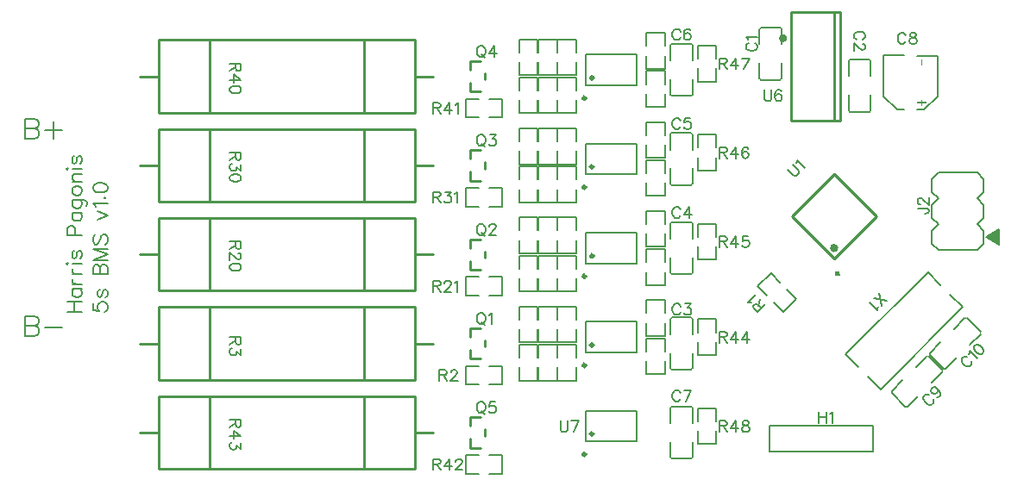
<source format=gto>
G04 Layer: TopSilkscreenLayer*
G04 EasyEDA v6.5.9, 2022-07-21 16:41:51*
G04 b4f09f4bc33d498599fb5b0af984a39b,0f63320d19d842adba92ba3d91eb0df2,10*
G04 Gerber Generator version 0.2*
G04 Scale: 100 percent, Rotated: No, Reflected: No *
G04 Dimensions in millimeters *
G04 leading zeros omitted , absolute positions ,4 integer and 5 decimal *
%FSLAX45Y45*%
%MOMM*%

%ADD10C,0.2032*%
%ADD11C,0.1524*%
%ADD12C,0.2030*%
%ADD13C,0.2540*%
%ADD14C,0.1270*%
%ADD15C,0.3000*%
%ADD16C,0.4000*%
%ADD17C,0.0112*%

%LPD*%
D10*
X661035Y1937496D02*
G01*
X804290Y1937496D01*
X661035Y2033000D02*
G01*
X804290Y2033000D01*
X729361Y1937496D02*
G01*
X729361Y2033000D01*
X708787Y2159746D02*
G01*
X804290Y2159746D01*
X729361Y2159746D02*
G01*
X715645Y2146030D01*
X708787Y2132568D01*
X708787Y2111994D01*
X715645Y2098278D01*
X729361Y2084816D01*
X749680Y2077958D01*
X763396Y2077958D01*
X783970Y2084816D01*
X797432Y2098278D01*
X804290Y2111994D01*
X804290Y2132568D01*
X797432Y2146030D01*
X783970Y2159746D01*
X708787Y2204704D02*
G01*
X804290Y2204704D01*
X749680Y2204704D02*
G01*
X729361Y2211562D01*
X715645Y2225278D01*
X708787Y2238740D01*
X708787Y2259314D01*
X708787Y2304272D02*
G01*
X804290Y2304272D01*
X749680Y2304272D02*
G01*
X729361Y2311130D01*
X715645Y2324846D01*
X708787Y2338308D01*
X708787Y2358882D01*
X661035Y2403840D02*
G01*
X667893Y2410698D01*
X661035Y2417556D01*
X654430Y2410698D01*
X661035Y2403840D01*
X708787Y2410698D02*
G01*
X804290Y2410698D01*
X729361Y2537444D02*
G01*
X715645Y2530586D01*
X708787Y2510266D01*
X708787Y2489692D01*
X715645Y2469372D01*
X729361Y2462514D01*
X743077Y2469372D01*
X749680Y2482834D01*
X756538Y2517124D01*
X763396Y2530586D01*
X777112Y2537444D01*
X783970Y2537444D01*
X797432Y2530586D01*
X804290Y2510266D01*
X804290Y2489692D01*
X797432Y2469372D01*
X783970Y2462514D01*
X661035Y2687558D02*
G01*
X804290Y2687558D01*
X661035Y2687558D02*
G01*
X661035Y2748772D01*
X667893Y2769346D01*
X674751Y2776204D01*
X688467Y2783062D01*
X708787Y2783062D01*
X722503Y2776204D01*
X729361Y2769346D01*
X736219Y2748772D01*
X736219Y2687558D01*
X708787Y2909808D02*
G01*
X804290Y2909808D01*
X729361Y2909808D02*
G01*
X715645Y2896092D01*
X708787Y2882376D01*
X708787Y2862056D01*
X715645Y2848340D01*
X729361Y2834878D01*
X749680Y2828020D01*
X763396Y2828020D01*
X783970Y2834878D01*
X797432Y2848340D01*
X804290Y2862056D01*
X804290Y2882376D01*
X797432Y2896092D01*
X783970Y2909808D01*
X708787Y3036554D02*
G01*
X818006Y3036554D01*
X838327Y3029696D01*
X845185Y3022838D01*
X852043Y3009376D01*
X852043Y2988802D01*
X845185Y2975340D01*
X729361Y3036554D02*
G01*
X715645Y3022838D01*
X708787Y3009376D01*
X708787Y2988802D01*
X715645Y2975340D01*
X729361Y2961624D01*
X749680Y2954766D01*
X763396Y2954766D01*
X783970Y2961624D01*
X797432Y2975340D01*
X804290Y2988802D01*
X804290Y3009376D01*
X797432Y3022838D01*
X783970Y3036554D01*
X708787Y3115802D02*
G01*
X715645Y3102086D01*
X729361Y3088370D01*
X749680Y3081512D01*
X763396Y3081512D01*
X783970Y3088370D01*
X797432Y3102086D01*
X804290Y3115802D01*
X804290Y3136122D01*
X797432Y3149838D01*
X783970Y3163300D01*
X763396Y3170158D01*
X749680Y3170158D01*
X729361Y3163300D01*
X715645Y3149838D01*
X708787Y3136122D01*
X708787Y3115802D01*
X708787Y3215116D02*
G01*
X804290Y3215116D01*
X736219Y3215116D02*
G01*
X715645Y3235690D01*
X708787Y3249406D01*
X708787Y3269726D01*
X715645Y3283442D01*
X736219Y3290300D01*
X804290Y3290300D01*
X661035Y3335258D02*
G01*
X667893Y3342116D01*
X661035Y3348974D01*
X654430Y3342116D01*
X661035Y3335258D01*
X708787Y3342116D02*
G01*
X804290Y3342116D01*
X729361Y3468862D02*
G01*
X715645Y3462004D01*
X708787Y3441684D01*
X708787Y3421110D01*
X715645Y3400790D01*
X729361Y3393932D01*
X743077Y3400790D01*
X749680Y3414252D01*
X756538Y3448288D01*
X763396Y3462004D01*
X777112Y3468862D01*
X783970Y3468862D01*
X797432Y3462004D01*
X804290Y3441684D01*
X804290Y3421110D01*
X797432Y3400790D01*
X783970Y3393932D01*
X912748Y2019284D02*
G01*
X912748Y1951212D01*
X974217Y1944354D01*
X967359Y1951212D01*
X960501Y1971532D01*
X960501Y1992106D01*
X967359Y2012426D01*
X980820Y2026142D01*
X1001395Y2033000D01*
X1015111Y2033000D01*
X1035430Y2026142D01*
X1049146Y2012426D01*
X1056004Y1992106D01*
X1056004Y1971532D01*
X1049146Y1951212D01*
X1042288Y1944354D01*
X1028572Y1937496D01*
X980820Y2152888D02*
G01*
X967359Y2146030D01*
X960501Y2125710D01*
X960501Y2105136D01*
X967359Y2084816D01*
X980820Y2077958D01*
X994537Y2084816D01*
X1001395Y2098278D01*
X1008253Y2132568D01*
X1015111Y2146030D01*
X1028572Y2152888D01*
X1035430Y2152888D01*
X1049146Y2146030D01*
X1056004Y2125710D01*
X1056004Y2105136D01*
X1049146Y2084816D01*
X1035430Y2077958D01*
X912748Y2303002D02*
G01*
X1056004Y2303002D01*
X912748Y2303002D02*
G01*
X912748Y2364216D01*
X919606Y2384790D01*
X926464Y2391648D01*
X939927Y2398506D01*
X953643Y2398506D01*
X967359Y2391648D01*
X974217Y2384790D01*
X980820Y2364216D01*
X980820Y2303002D02*
G01*
X980820Y2364216D01*
X987679Y2384790D01*
X994537Y2391648D01*
X1008253Y2398506D01*
X1028572Y2398506D01*
X1042288Y2391648D01*
X1049146Y2384790D01*
X1056004Y2364216D01*
X1056004Y2303002D01*
X912748Y2443464D02*
G01*
X1056004Y2443464D01*
X912748Y2443464D02*
G01*
X1056004Y2498074D01*
X912748Y2552430D02*
G01*
X1056004Y2498074D01*
X912748Y2552430D02*
G01*
X1056004Y2552430D01*
X933069Y2692892D02*
G01*
X919606Y2679430D01*
X912748Y2658856D01*
X912748Y2631678D01*
X919606Y2611104D01*
X933069Y2597388D01*
X946785Y2597388D01*
X960501Y2604246D01*
X967359Y2611104D01*
X974217Y2624820D01*
X987679Y2665714D01*
X994537Y2679430D01*
X1001395Y2686034D01*
X1015111Y2692892D01*
X1035430Y2692892D01*
X1049146Y2679430D01*
X1056004Y2658856D01*
X1056004Y2631678D01*
X1049146Y2611104D01*
X1035430Y2597388D01*
X960501Y2843006D02*
G01*
X1056004Y2883900D01*
X960501Y2924794D02*
G01*
X1056004Y2883900D01*
X939927Y2969752D02*
G01*
X933069Y2983468D01*
X912748Y3003788D01*
X1056004Y3003788D01*
X1021714Y3055604D02*
G01*
X1028572Y3048746D01*
X1035430Y3055604D01*
X1028572Y3062462D01*
X1021714Y3055604D01*
X912748Y3148314D02*
G01*
X919606Y3127994D01*
X939927Y3114278D01*
X974217Y3107420D01*
X994537Y3107420D01*
X1028572Y3114278D01*
X1049146Y3127994D01*
X1056004Y3148314D01*
X1056004Y3162030D01*
X1049146Y3182604D01*
X1028572Y3196066D01*
X994537Y3202924D01*
X974217Y3202924D01*
X939927Y3196066D01*
X919606Y3182604D01*
X912748Y3162030D01*
X912748Y3148314D01*
X249887Y3830065D02*
G01*
X249887Y3636010D01*
X249887Y3830065D02*
G01*
X333199Y3830065D01*
X360885Y3820921D01*
X370029Y3811523D01*
X379427Y3792981D01*
X379427Y3774694D01*
X370029Y3756152D01*
X360885Y3747007D01*
X333199Y3737610D01*
X249887Y3737610D02*
G01*
X333199Y3737610D01*
X360885Y3728465D01*
X370029Y3719321D01*
X379427Y3700779D01*
X379427Y3673094D01*
X370029Y3654552D01*
X360885Y3645407D01*
X333199Y3636010D01*
X249887Y3636010D01*
X523445Y3802379D02*
G01*
X523445Y3636010D01*
X440387Y3719321D02*
G01*
X606503Y3719321D01*
X249920Y1892554D02*
G01*
X249920Y1698497D01*
X249920Y1892554D02*
G01*
X333232Y1892554D01*
X360918Y1883410D01*
X370062Y1874012D01*
X379206Y1855723D01*
X379206Y1837181D01*
X370062Y1818639D01*
X360918Y1809495D01*
X333232Y1800097D01*
X249920Y1800097D02*
G01*
X333232Y1800097D01*
X360918Y1790954D01*
X370062Y1781810D01*
X379206Y1763268D01*
X379206Y1735581D01*
X370062Y1717039D01*
X360918Y1707895D01*
X333232Y1698497D01*
X249920Y1698497D01*
X440166Y1781810D02*
G01*
X606536Y1781810D01*
D11*
X8037083Y955215D02*
G01*
X8037083Y846249D01*
X8109727Y955215D02*
G01*
X8109727Y846249D01*
X8037083Y903399D02*
G01*
X8109727Y903399D01*
X8144017Y934387D02*
G01*
X8154431Y939721D01*
X8170179Y955215D01*
X8170179Y846249D01*
X9116900Y1118359D02*
G01*
X9105765Y1121951D01*
X9091035Y1121951D01*
X9080261Y1118359D01*
X9065531Y1103629D01*
X9061759Y1092674D01*
X9061759Y1077948D01*
X9065353Y1066812D01*
X9072895Y1052085D01*
X9091216Y1033764D01*
X9105765Y1026401D01*
X9116900Y1022809D01*
X9131627Y1022809D01*
X9142582Y1026581D01*
X9157312Y1041308D01*
X9160903Y1052085D01*
X9160903Y1066812D01*
X9157312Y1077948D01*
X9196285Y1183017D02*
G01*
X9203469Y1168288D01*
X9203469Y1153561D01*
X9196285Y1138834D01*
X9192694Y1135242D01*
X9177787Y1127876D01*
X9163057Y1127876D01*
X9148511Y1135242D01*
X9144916Y1138834D01*
X9137375Y1153561D01*
X9137375Y1168288D01*
X9144916Y1183017D01*
X9148511Y1186609D01*
X9163057Y1193972D01*
X9177787Y1193972D01*
X9196285Y1183017D01*
X9214604Y1164696D01*
X9229331Y1142425D01*
X9232925Y1124104D01*
X9225561Y1109558D01*
X9218195Y1102194D01*
X9203649Y1094831D01*
X9192513Y1098422D01*
X9491898Y1493357D02*
G01*
X9480763Y1496948D01*
X9466033Y1496948D01*
X9455259Y1493357D01*
X9440529Y1478627D01*
X9436757Y1467672D01*
X9436757Y1452946D01*
X9440351Y1441810D01*
X9447893Y1427083D01*
X9466214Y1408762D01*
X9480763Y1401399D01*
X9491898Y1397807D01*
X9506625Y1397807D01*
X9517580Y1401579D01*
X9532310Y1416306D01*
X9535901Y1427083D01*
X9535901Y1441810D01*
X9532310Y1452946D01*
X9512551Y1521195D02*
G01*
X9516145Y1532331D01*
X9516145Y1554243D01*
X9593193Y1477192D01*
X9562482Y1600580D02*
G01*
X9554938Y1585854D01*
X9558891Y1567533D01*
X9573437Y1545442D01*
X9584395Y1534485D01*
X9606666Y1519758D01*
X9624806Y1515986D01*
X9639533Y1523530D01*
X9646897Y1530893D01*
X9654260Y1545442D01*
X9650669Y1563761D01*
X9635761Y1585854D01*
X9624806Y1596809D01*
X9602894Y1611536D01*
X9584395Y1615307D01*
X9569846Y1607944D01*
X9562482Y1600580D01*
X8706525Y2043455D02*
G01*
X8578108Y2069137D01*
X8655159Y1992086D02*
G01*
X8629474Y2120503D01*
X8616185Y1982569D02*
G01*
X8612591Y1971433D01*
X8612413Y1949340D01*
X8535362Y2026391D01*
X8890518Y4651791D02*
G01*
X8885184Y4662205D01*
X8874770Y4672619D01*
X8864356Y4677953D01*
X8843528Y4677953D01*
X8833368Y4672619D01*
X8822954Y4662205D01*
X8817620Y4651791D01*
X8812540Y4636297D01*
X8812540Y4610389D01*
X8817620Y4594641D01*
X8822954Y4584227D01*
X8833368Y4573813D01*
X8843528Y4568733D01*
X8864356Y4568733D01*
X8874770Y4573813D01*
X8885184Y4584227D01*
X8890518Y4594641D01*
X8950716Y4677953D02*
G01*
X8934968Y4672619D01*
X8929888Y4662205D01*
X8929888Y4651791D01*
X8934968Y4641377D01*
X8945382Y4636297D01*
X8966210Y4630963D01*
X8981958Y4625883D01*
X8992118Y4615469D01*
X8997452Y4605055D01*
X8997452Y4589561D01*
X8992118Y4579147D01*
X8987038Y4573813D01*
X8971544Y4568733D01*
X8950716Y4568733D01*
X8934968Y4573813D01*
X8929888Y4579147D01*
X8924808Y4589561D01*
X8924808Y4605055D01*
X8929888Y4615469D01*
X8940302Y4625883D01*
X8955796Y4630963D01*
X8976624Y4636297D01*
X8987038Y4641377D01*
X8992118Y4651791D01*
X8992118Y4662205D01*
X8987038Y4672619D01*
X8971544Y4677953D01*
X8950716Y4677953D01*
X6677962Y1139408D02*
G01*
X6672628Y1149822D01*
X6662214Y1160236D01*
X6652054Y1165316D01*
X6631226Y1165316D01*
X6620812Y1160236D01*
X6610398Y1149822D01*
X6605064Y1139408D01*
X6599984Y1123660D01*
X6599984Y1097752D01*
X6605064Y1082258D01*
X6610398Y1071844D01*
X6620812Y1061430D01*
X6631226Y1056350D01*
X6652054Y1056350D01*
X6662214Y1061430D01*
X6672628Y1071844D01*
X6677962Y1082258D01*
X6784896Y1165316D02*
G01*
X6733080Y1056350D01*
X6712252Y1165316D02*
G01*
X6784896Y1165316D01*
X4711733Y1925482D02*
G01*
X4701319Y1920402D01*
X4690905Y1909988D01*
X4685571Y1899574D01*
X4680491Y1883826D01*
X4680491Y1857918D01*
X4685571Y1842424D01*
X4690905Y1832010D01*
X4701319Y1821596D01*
X4711733Y1816516D01*
X4732561Y1816516D01*
X4742721Y1821596D01*
X4753135Y1832010D01*
X4758469Y1842424D01*
X4763549Y1857918D01*
X4763549Y1883826D01*
X4758469Y1899574D01*
X4753135Y1909988D01*
X4742721Y1920402D01*
X4732561Y1925482D01*
X4711733Y1925482D01*
X4727227Y1837090D02*
G01*
X4758469Y1806102D01*
X4797839Y1904654D02*
G01*
X4808253Y1909988D01*
X4824001Y1925482D01*
X4824001Y1816516D01*
X4711733Y2800482D02*
G01*
X4701319Y2795402D01*
X4690905Y2784988D01*
X4685571Y2774574D01*
X4680491Y2758826D01*
X4680491Y2732918D01*
X4685571Y2717424D01*
X4690905Y2707010D01*
X4701319Y2696596D01*
X4711733Y2691516D01*
X4732561Y2691516D01*
X4742721Y2696596D01*
X4753135Y2707010D01*
X4758469Y2717424D01*
X4763549Y2732918D01*
X4763549Y2758826D01*
X4758469Y2774574D01*
X4753135Y2784988D01*
X4742721Y2795402D01*
X4732561Y2800482D01*
X4711733Y2800482D01*
X4727227Y2712090D02*
G01*
X4758469Y2681102D01*
X4803173Y2774574D02*
G01*
X4803173Y2779654D01*
X4808253Y2790068D01*
X4813587Y2795402D01*
X4824001Y2800482D01*
X4844575Y2800482D01*
X4854989Y2795402D01*
X4860323Y2790068D01*
X4865403Y2779654D01*
X4865403Y2769240D01*
X4860323Y2758826D01*
X4849909Y2743332D01*
X4797839Y2691516D01*
X4870737Y2691516D01*
X4711733Y3675481D02*
G01*
X4701319Y3670401D01*
X4690905Y3659987D01*
X4685571Y3649573D01*
X4680491Y3633825D01*
X4680491Y3607917D01*
X4685571Y3592423D01*
X4690905Y3582009D01*
X4701319Y3571595D01*
X4711733Y3566515D01*
X4732561Y3566515D01*
X4742721Y3571595D01*
X4753135Y3582009D01*
X4758469Y3592423D01*
X4763549Y3607917D01*
X4763549Y3633825D01*
X4758469Y3649573D01*
X4753135Y3659987D01*
X4742721Y3670401D01*
X4732561Y3675481D01*
X4711733Y3675481D01*
X4727227Y3587089D02*
G01*
X4758469Y3556101D01*
X4808253Y3675481D02*
G01*
X4865403Y3675481D01*
X4834161Y3633825D01*
X4849909Y3633825D01*
X4860323Y3628745D01*
X4865403Y3623665D01*
X4870737Y3607917D01*
X4870737Y3597503D01*
X4865403Y3582009D01*
X4854989Y3571595D01*
X4839495Y3566515D01*
X4824001Y3566515D01*
X4808253Y3571595D01*
X4803173Y3576675D01*
X4797839Y3587089D01*
X4711733Y4550478D02*
G01*
X4701319Y4545398D01*
X4690905Y4534984D01*
X4685571Y4524570D01*
X4680491Y4508822D01*
X4680491Y4482914D01*
X4685571Y4467420D01*
X4690905Y4457006D01*
X4701319Y4446592D01*
X4711733Y4441512D01*
X4732561Y4441512D01*
X4742721Y4446592D01*
X4753135Y4457006D01*
X4758469Y4467420D01*
X4763549Y4482914D01*
X4763549Y4508822D01*
X4758469Y4524570D01*
X4753135Y4534984D01*
X4742721Y4545398D01*
X4732561Y4550478D01*
X4711733Y4550478D01*
X4727227Y4462086D02*
G01*
X4758469Y4431098D01*
X4849909Y4550478D02*
G01*
X4797839Y4477834D01*
X4875817Y4477834D01*
X4849909Y4550478D02*
G01*
X4849909Y4441512D01*
X4711733Y1050485D02*
G01*
X4701319Y1045405D01*
X4690905Y1034991D01*
X4685571Y1024577D01*
X4680491Y1008829D01*
X4680491Y982921D01*
X4685571Y967427D01*
X4690905Y957013D01*
X4701319Y946599D01*
X4711733Y941519D01*
X4732561Y941519D01*
X4742721Y946599D01*
X4753135Y957013D01*
X4758469Y967427D01*
X4763549Y982921D01*
X4763549Y1008829D01*
X4758469Y1024577D01*
X4753135Y1034991D01*
X4742721Y1045405D01*
X4732561Y1050485D01*
X4711733Y1050485D01*
X4727227Y962093D02*
G01*
X4758469Y931105D01*
X4860323Y1050485D02*
G01*
X4808253Y1050485D01*
X4803173Y1003749D01*
X4808253Y1008829D01*
X4824001Y1014163D01*
X4839495Y1014163D01*
X4854989Y1008829D01*
X4865403Y998669D01*
X4870737Y982921D01*
X4870737Y972507D01*
X4865403Y957013D01*
X4854989Y946599D01*
X4839495Y941519D01*
X4824001Y941519D01*
X4808253Y946599D01*
X4803173Y951679D01*
X4797839Y962093D01*
X7062505Y1740321D02*
G01*
X7062505Y1631355D01*
X7062505Y1740321D02*
G01*
X7109241Y1740321D01*
X7124735Y1735241D01*
X7130069Y1729907D01*
X7135149Y1719493D01*
X7135149Y1709079D01*
X7130069Y1698665D01*
X7124735Y1693585D01*
X7109241Y1688505D01*
X7062505Y1688505D01*
X7098827Y1688505D02*
G01*
X7135149Y1631355D01*
X7221509Y1740321D02*
G01*
X7169439Y1667677D01*
X7247417Y1667677D01*
X7221509Y1740321D02*
G01*
X7221509Y1631355D01*
X7333777Y1740321D02*
G01*
X7281707Y1667677D01*
X7359685Y1667677D01*
X7333777Y1740321D02*
G01*
X7333777Y1631355D01*
X7062495Y2677795D02*
G01*
X7062495Y2568829D01*
X7062495Y2677795D02*
G01*
X7109231Y2677795D01*
X7124725Y2672714D01*
X7130059Y2667380D01*
X7135139Y2656967D01*
X7135139Y2646553D01*
X7130059Y2636138D01*
X7124725Y2631059D01*
X7109231Y2625979D01*
X7062495Y2625979D01*
X7098817Y2625979D02*
G01*
X7135139Y2568829D01*
X7221499Y2677795D02*
G01*
X7169429Y2605151D01*
X7247407Y2605151D01*
X7221499Y2677795D02*
G01*
X7221499Y2568829D01*
X7344181Y2677795D02*
G01*
X7292111Y2677795D01*
X7287031Y2631059D01*
X7292111Y2636138D01*
X7307605Y2641472D01*
X7323353Y2641472D01*
X7338847Y2636138D01*
X7349261Y2625979D01*
X7354595Y2610230D01*
X7354595Y2599817D01*
X7349261Y2584322D01*
X7338847Y2573909D01*
X7323353Y2568829D01*
X7307605Y2568829D01*
X7292111Y2573909D01*
X7287031Y2578988D01*
X7281697Y2589403D01*
X7062500Y3552819D02*
G01*
X7062500Y3443853D01*
X7062500Y3552819D02*
G01*
X7109236Y3552819D01*
X7124730Y3547739D01*
X7130064Y3542405D01*
X7135144Y3531991D01*
X7135144Y3521577D01*
X7130064Y3511163D01*
X7124730Y3506083D01*
X7109236Y3501003D01*
X7062500Y3501003D01*
X7098822Y3501003D02*
G01*
X7135144Y3443853D01*
X7221504Y3552819D02*
G01*
X7169434Y3480175D01*
X7247412Y3480175D01*
X7221504Y3552819D02*
G01*
X7221504Y3443853D01*
X7344186Y3537325D02*
G01*
X7338852Y3547739D01*
X7323358Y3552819D01*
X7312944Y3552819D01*
X7297450Y3547739D01*
X7287036Y3531991D01*
X7281702Y3506083D01*
X7281702Y3480175D01*
X7287036Y3459347D01*
X7297450Y3448933D01*
X7312944Y3443853D01*
X7318024Y3443853D01*
X7333772Y3448933D01*
X7344186Y3459347D01*
X7349266Y3474841D01*
X7349266Y3480175D01*
X7344186Y3495669D01*
X7333772Y3506083D01*
X7318024Y3511163D01*
X7312944Y3511163D01*
X7297450Y3506083D01*
X7287036Y3495669D01*
X7281702Y3480175D01*
X7062482Y4427791D02*
G01*
X7062482Y4318825D01*
X7062482Y4427791D02*
G01*
X7109218Y4427791D01*
X7124712Y4422711D01*
X7130046Y4417377D01*
X7135126Y4406963D01*
X7135126Y4396549D01*
X7130046Y4386135D01*
X7124712Y4381055D01*
X7109218Y4375975D01*
X7062482Y4375975D01*
X7098804Y4375975D02*
G01*
X7135126Y4318825D01*
X7221486Y4427791D02*
G01*
X7169416Y4355147D01*
X7247394Y4355147D01*
X7221486Y4427791D02*
G01*
X7221486Y4318825D01*
X7354582Y4427791D02*
G01*
X7302512Y4318825D01*
X7281684Y4427791D02*
G01*
X7354582Y4427791D01*
X7062462Y865299D02*
G01*
X7062462Y756333D01*
X7062462Y865299D02*
G01*
X7109198Y865299D01*
X7124692Y860219D01*
X7130026Y854885D01*
X7135106Y844471D01*
X7135106Y834057D01*
X7130026Y823643D01*
X7124692Y818563D01*
X7109198Y813483D01*
X7062462Y813483D01*
X7098784Y813483D02*
G01*
X7135106Y756333D01*
X7221466Y865299D02*
G01*
X7169396Y792655D01*
X7247374Y792655D01*
X7221466Y865299D02*
G01*
X7221466Y756333D01*
X7307572Y865299D02*
G01*
X7292078Y860219D01*
X7286998Y849805D01*
X7286998Y839391D01*
X7292078Y828977D01*
X7302492Y823643D01*
X7323320Y818563D01*
X7338814Y813483D01*
X7349228Y803069D01*
X7354562Y792655D01*
X7354562Y776907D01*
X7349228Y766493D01*
X7344148Y761413D01*
X7328400Y756333D01*
X7307572Y756333D01*
X7292078Y761413D01*
X7286998Y766493D01*
X7281664Y776907D01*
X7281664Y792655D01*
X7286998Y803069D01*
X7297412Y813483D01*
X7312906Y818563D01*
X7333734Y823643D01*
X7344148Y828977D01*
X7349228Y839391D01*
X7349228Y849805D01*
X7344148Y860219D01*
X7328400Y865299D01*
X7307572Y865299D01*
X5499988Y865327D02*
G01*
X5499988Y787349D01*
X5505068Y771855D01*
X5515483Y761441D01*
X5531231Y756361D01*
X5541645Y756361D01*
X5557138Y761441D01*
X5567552Y771855D01*
X5572633Y787349D01*
X5572633Y865327D01*
X5679820Y865327D02*
G01*
X5627750Y756361D01*
X5606922Y865327D02*
G01*
X5679820Y865327D01*
X9005666Y2952462D02*
G01*
X9088724Y2952462D01*
X9104472Y2947128D01*
X9109552Y2942048D01*
X9114632Y2931634D01*
X9114632Y2921220D01*
X9109552Y2910806D01*
X9104472Y2905472D01*
X9088724Y2900392D01*
X9078310Y2900392D01*
X9031574Y2991832D02*
G01*
X9026494Y2991832D01*
X9016080Y2996912D01*
X9010746Y3002246D01*
X9005666Y3012660D01*
X9005666Y3033488D01*
X9010746Y3043902D01*
X9016080Y3048982D01*
X9026494Y3054062D01*
X9036908Y3054062D01*
X9047322Y3048982D01*
X9062816Y3038568D01*
X9114632Y2986752D01*
X9114632Y3059396D01*
X7348075Y4577948D02*
G01*
X7337661Y4572614D01*
X7327247Y4562200D01*
X7322167Y4552040D01*
X7322167Y4531212D01*
X7327247Y4520798D01*
X7337661Y4510384D01*
X7348075Y4505050D01*
X7363823Y4499970D01*
X7389731Y4499970D01*
X7405225Y4505050D01*
X7415639Y4510384D01*
X7426053Y4520798D01*
X7431133Y4531212D01*
X7431133Y4552040D01*
X7426053Y4562200D01*
X7415639Y4572614D01*
X7405225Y4577948D01*
X7342995Y4612238D02*
G01*
X7337661Y4622652D01*
X7322167Y4638146D01*
X7431133Y4638146D01*
X8464384Y4609513D02*
G01*
X8474798Y4614847D01*
X8485212Y4625261D01*
X8490292Y4635421D01*
X8490292Y4656249D01*
X8485212Y4666663D01*
X8474798Y4677077D01*
X8464384Y4682411D01*
X8448636Y4687491D01*
X8422728Y4687491D01*
X8407234Y4682411D01*
X8396820Y4677077D01*
X8386406Y4666663D01*
X8381326Y4656249D01*
X8381326Y4635421D01*
X8386406Y4625261D01*
X8396820Y4614847D01*
X8407234Y4609513D01*
X8464384Y4570143D02*
G01*
X8469464Y4570143D01*
X8479878Y4564809D01*
X8485212Y4559729D01*
X8490292Y4549315D01*
X8490292Y4528487D01*
X8485212Y4518073D01*
X8479878Y4512993D01*
X8469464Y4507659D01*
X8459050Y4507659D01*
X8448636Y4512993D01*
X8433142Y4523407D01*
X8381326Y4575223D01*
X8381326Y4502579D01*
X6677959Y1989391D02*
G01*
X6672625Y1999805D01*
X6662211Y2010219D01*
X6652051Y2015299D01*
X6631223Y2015299D01*
X6620809Y2010219D01*
X6610395Y1999805D01*
X6605061Y1989391D01*
X6599981Y1973643D01*
X6599981Y1947735D01*
X6605061Y1932241D01*
X6610395Y1921827D01*
X6620809Y1911413D01*
X6631223Y1906333D01*
X6652051Y1906333D01*
X6662211Y1911413D01*
X6672625Y1921827D01*
X6677959Y1932241D01*
X6722663Y2015299D02*
G01*
X6779813Y2015299D01*
X6748571Y1973643D01*
X6764065Y1973643D01*
X6774479Y1968563D01*
X6779813Y1963483D01*
X6784893Y1947735D01*
X6784893Y1937321D01*
X6779813Y1921827D01*
X6769399Y1911413D01*
X6753651Y1906333D01*
X6738157Y1906333D01*
X6722663Y1911413D01*
X6717329Y1916493D01*
X6712249Y1926907D01*
X7727873Y3334603D02*
G01*
X7783014Y3279462D01*
X7797561Y3272099D01*
X7812288Y3272099D01*
X7827017Y3279642D01*
X7834381Y3287006D01*
X7841744Y3301555D01*
X7841744Y3316282D01*
X7834381Y3330831D01*
X7779242Y3385969D01*
X7818216Y3395489D02*
G01*
X7821808Y3406625D01*
X7821988Y3428715D01*
X7899039Y3351664D01*
X6677969Y2939392D02*
G01*
X6672635Y2949806D01*
X6662221Y2960220D01*
X6652061Y2965300D01*
X6631233Y2965300D01*
X6620819Y2960220D01*
X6610405Y2949806D01*
X6605071Y2939392D01*
X6599991Y2923644D01*
X6599991Y2897736D01*
X6605071Y2882242D01*
X6610405Y2871828D01*
X6620819Y2861414D01*
X6631233Y2856334D01*
X6652061Y2856334D01*
X6662221Y2861414D01*
X6672635Y2871828D01*
X6677969Y2882242D01*
X6764075Y2965300D02*
G01*
X6712259Y2892656D01*
X6790237Y2892656D01*
X6764075Y2965300D02*
G01*
X6764075Y2856334D01*
X6677964Y3814404D02*
G01*
X6672630Y3824818D01*
X6662216Y3835232D01*
X6652056Y3840312D01*
X6631228Y3840312D01*
X6620814Y3835232D01*
X6610400Y3824818D01*
X6605066Y3814404D01*
X6599986Y3798656D01*
X6599986Y3772748D01*
X6605066Y3757254D01*
X6610400Y3746840D01*
X6620814Y3736426D01*
X6631228Y3731346D01*
X6652056Y3731346D01*
X6662216Y3736426D01*
X6672630Y3746840D01*
X6677964Y3757254D01*
X6774484Y3840312D02*
G01*
X6722668Y3840312D01*
X6717334Y3793576D01*
X6722668Y3798656D01*
X6738162Y3803990D01*
X6753656Y3803990D01*
X6769404Y3798656D01*
X6779818Y3788496D01*
X6784898Y3772748D01*
X6784898Y3762334D01*
X6779818Y3746840D01*
X6769404Y3736426D01*
X6753656Y3731346D01*
X6738162Y3731346D01*
X6722668Y3736426D01*
X6717334Y3741506D01*
X6712254Y3751920D01*
X6677964Y4689381D02*
G01*
X6672630Y4699795D01*
X6662216Y4710209D01*
X6652056Y4715289D01*
X6631228Y4715289D01*
X6620814Y4710209D01*
X6610400Y4699795D01*
X6605066Y4689381D01*
X6599986Y4673633D01*
X6599986Y4647725D01*
X6605066Y4632231D01*
X6610400Y4621817D01*
X6620814Y4611403D01*
X6631228Y4606323D01*
X6652056Y4606323D01*
X6662216Y4611403D01*
X6672630Y4621817D01*
X6677964Y4632231D01*
X6774484Y4699795D02*
G01*
X6769404Y4710209D01*
X6753656Y4715289D01*
X6743496Y4715289D01*
X6727748Y4710209D01*
X6717334Y4694461D01*
X6712254Y4668553D01*
X6712254Y4642645D01*
X6717334Y4621817D01*
X6727748Y4611403D01*
X6743496Y4606323D01*
X6748576Y4606323D01*
X6764070Y4611403D01*
X6774484Y4621817D01*
X6779818Y4637311D01*
X6779818Y4642645D01*
X6774484Y4658139D01*
X6764070Y4668553D01*
X6748576Y4673633D01*
X6743496Y4673633D01*
X6727748Y4668553D01*
X6717334Y4658139D01*
X6712254Y4642645D01*
X2365308Y2624996D02*
G01*
X2256342Y2624996D01*
X2365308Y2624996D02*
G01*
X2365308Y2578260D01*
X2360228Y2562766D01*
X2354894Y2557432D01*
X2344480Y2552352D01*
X2334066Y2552352D01*
X2323652Y2557432D01*
X2318572Y2562766D01*
X2313492Y2578260D01*
X2313492Y2624996D01*
X2313492Y2588674D02*
G01*
X2256342Y2552352D01*
X2339400Y2512728D02*
G01*
X2344480Y2512728D01*
X2354894Y2507648D01*
X2360228Y2502314D01*
X2365308Y2491900D01*
X2365308Y2471326D01*
X2360228Y2460912D01*
X2354894Y2455578D01*
X2344480Y2450498D01*
X2334066Y2450498D01*
X2323652Y2455578D01*
X2308158Y2465992D01*
X2256342Y2518062D01*
X2256342Y2445164D01*
X2365308Y2379886D02*
G01*
X2360228Y2395380D01*
X2344480Y2405794D01*
X2318572Y2410874D01*
X2303078Y2410874D01*
X2276916Y2405794D01*
X2261422Y2395380D01*
X2256342Y2379886D01*
X2256342Y2369472D01*
X2261422Y2353724D01*
X2276916Y2343310D01*
X2303078Y2338230D01*
X2318572Y2338230D01*
X2344480Y2343310D01*
X2360228Y2353724D01*
X2365308Y2369472D01*
X2365308Y2379886D01*
X2365308Y3499993D02*
G01*
X2256342Y3499993D01*
X2365308Y3499993D02*
G01*
X2365308Y3453256D01*
X2360228Y3437762D01*
X2354894Y3432429D01*
X2344480Y3427348D01*
X2334066Y3427348D01*
X2323652Y3432429D01*
X2318572Y3437762D01*
X2313492Y3453256D01*
X2313492Y3499993D01*
X2313492Y3463670D02*
G01*
X2256342Y3427348D01*
X2365308Y3382645D02*
G01*
X2365308Y3325495D01*
X2323652Y3356482D01*
X2323652Y3340988D01*
X2318572Y3330575D01*
X2313492Y3325495D01*
X2297744Y3320161D01*
X2287330Y3320161D01*
X2271836Y3325495D01*
X2261422Y3335909D01*
X2256342Y3351403D01*
X2256342Y3366896D01*
X2261422Y3382645D01*
X2266502Y3387725D01*
X2276916Y3393059D01*
X2365308Y3254882D02*
G01*
X2360228Y3270377D01*
X2344480Y3280790D01*
X2318572Y3285870D01*
X2303078Y3285870D01*
X2276916Y3280790D01*
X2261422Y3270377D01*
X2256342Y3254882D01*
X2256342Y3244469D01*
X2261422Y3228720D01*
X2276916Y3218306D01*
X2303078Y3213227D01*
X2318572Y3213227D01*
X2344480Y3218306D01*
X2360228Y3228720D01*
X2365308Y3244469D01*
X2365308Y3254882D01*
X2365308Y4374992D02*
G01*
X2256342Y4374992D01*
X2365308Y4374992D02*
G01*
X2365308Y4328256D01*
X2360228Y4312762D01*
X2354894Y4307428D01*
X2344480Y4302348D01*
X2334066Y4302348D01*
X2323652Y4307428D01*
X2318572Y4312762D01*
X2313492Y4328256D01*
X2313492Y4374992D01*
X2313492Y4338670D02*
G01*
X2256342Y4302348D01*
X2365308Y4215988D02*
G01*
X2292664Y4268058D01*
X2292664Y4190080D01*
X2365308Y4215988D02*
G01*
X2256342Y4215988D01*
X2365308Y4124548D02*
G01*
X2360228Y4140042D01*
X2344480Y4150456D01*
X2318572Y4155790D01*
X2303078Y4155790D01*
X2276916Y4150456D01*
X2261422Y4140042D01*
X2256342Y4124548D01*
X2256342Y4114134D01*
X2261422Y4098640D01*
X2276916Y4088226D01*
X2303078Y4082892D01*
X2318572Y4082892D01*
X2344480Y4088226D01*
X2360228Y4098640D01*
X2365308Y4114134D01*
X2365308Y4124548D01*
X2365308Y874999D02*
G01*
X2256342Y874999D01*
X2365308Y874999D02*
G01*
X2365308Y828263D01*
X2360228Y812769D01*
X2354894Y807435D01*
X2344480Y802355D01*
X2334066Y802355D01*
X2323652Y807435D01*
X2318572Y812769D01*
X2313492Y828263D01*
X2313492Y874999D01*
X2313492Y838677D02*
G01*
X2256342Y802355D01*
X2365308Y715995D02*
G01*
X2292664Y768065D01*
X2292664Y690087D01*
X2365308Y715995D02*
G01*
X2256342Y715995D01*
X2365308Y645383D02*
G01*
X2365308Y588233D01*
X2323652Y619475D01*
X2323652Y603727D01*
X2318572Y593313D01*
X2313492Y588233D01*
X2297744Y582899D01*
X2287330Y582899D01*
X2271836Y588233D01*
X2261422Y598647D01*
X2256342Y614141D01*
X2256342Y629889D01*
X2261422Y645383D01*
X2266502Y650463D01*
X2276916Y655797D01*
X2365303Y1687484D02*
G01*
X2256337Y1687484D01*
X2365303Y1687484D02*
G01*
X2365303Y1640748D01*
X2360223Y1625254D01*
X2354889Y1619920D01*
X2344475Y1614840D01*
X2334061Y1614840D01*
X2323647Y1619920D01*
X2318567Y1625254D01*
X2313487Y1640748D01*
X2313487Y1687484D01*
X2313487Y1651162D02*
G01*
X2256337Y1614840D01*
X2365303Y1570136D02*
G01*
X2365303Y1512986D01*
X2323647Y1543974D01*
X2323647Y1528480D01*
X2318567Y1518066D01*
X2313487Y1512986D01*
X2297739Y1507652D01*
X2287325Y1507652D01*
X2271831Y1512986D01*
X2261417Y1523400D01*
X2256337Y1538894D01*
X2256337Y1554388D01*
X2261417Y1570136D01*
X2266497Y1575216D01*
X2276911Y1580550D01*
X7435682Y1935690D02*
G01*
X7512733Y2012741D01*
X7435682Y1935690D02*
G01*
X7402634Y1968738D01*
X7395270Y1983285D01*
X7395270Y1990829D01*
X7399042Y2001784D01*
X7406406Y2009150D01*
X7417361Y2012922D01*
X7424727Y2012741D01*
X7439273Y2005378D01*
X7472321Y1972330D01*
X7446637Y1998014D02*
G01*
X7461366Y2064108D01*
X7374796Y2026030D02*
G01*
X7363660Y2029625D01*
X7341570Y2029802D01*
X7418618Y2106853D01*
X4312394Y1365255D02*
G01*
X4312394Y1256289D01*
X4312394Y1365255D02*
G01*
X4359130Y1365255D01*
X4374878Y1360175D01*
X4379958Y1354841D01*
X4385292Y1344681D01*
X4385292Y1334267D01*
X4379958Y1323853D01*
X4374878Y1318519D01*
X4359130Y1313439D01*
X4312394Y1313439D01*
X4348970Y1313439D02*
G01*
X4385292Y1256289D01*
X4424662Y1339347D02*
G01*
X4424662Y1344681D01*
X4429996Y1354841D01*
X4435076Y1360175D01*
X4445490Y1365255D01*
X4466318Y1365255D01*
X4476732Y1360175D01*
X4481812Y1354841D01*
X4487146Y1344681D01*
X4487146Y1334267D01*
X4481812Y1323853D01*
X4471398Y1308105D01*
X4419582Y1256289D01*
X4492226Y1256289D01*
X4250014Y2240305D02*
G01*
X4250014Y2131339D01*
X4250014Y2240305D02*
G01*
X4296750Y2240305D01*
X4312244Y2235225D01*
X4317578Y2229891D01*
X4322658Y2219477D01*
X4322658Y2209063D01*
X4317578Y2198649D01*
X4312244Y2193569D01*
X4296750Y2188489D01*
X4250014Y2188489D01*
X4286336Y2188489D02*
G01*
X4322658Y2131339D01*
X4362282Y2214397D02*
G01*
X4362282Y2219477D01*
X4367362Y2229891D01*
X4372696Y2235225D01*
X4383110Y2240305D01*
X4403684Y2240305D01*
X4414098Y2235225D01*
X4419432Y2229891D01*
X4424512Y2219477D01*
X4424512Y2209063D01*
X4419432Y2198649D01*
X4409018Y2183155D01*
X4356948Y2131339D01*
X4429846Y2131339D01*
X4464136Y2219477D02*
G01*
X4474550Y2224811D01*
X4490044Y2240305D01*
X4490044Y2131339D01*
X4250029Y3115294D02*
G01*
X4250029Y3006328D01*
X4250029Y3115294D02*
G01*
X4296765Y3115294D01*
X4312259Y3110214D01*
X4317593Y3104880D01*
X4322673Y3094466D01*
X4322673Y3084052D01*
X4317593Y3073638D01*
X4312259Y3068558D01*
X4296765Y3063478D01*
X4250029Y3063478D01*
X4286351Y3063478D02*
G01*
X4322673Y3006328D01*
X4367377Y3115294D02*
G01*
X4424527Y3115294D01*
X4393285Y3073638D01*
X4409033Y3073638D01*
X4419447Y3068558D01*
X4424527Y3063478D01*
X4429861Y3047730D01*
X4429861Y3037316D01*
X4424527Y3021822D01*
X4414113Y3011408D01*
X4398619Y3006328D01*
X4383125Y3006328D01*
X4367377Y3011408D01*
X4362297Y3016488D01*
X4356963Y3026902D01*
X4464151Y3094466D02*
G01*
X4474565Y3099800D01*
X4490059Y3115294D01*
X4490059Y3006328D01*
X4250029Y3990296D02*
G01*
X4250029Y3881330D01*
X4250029Y3990296D02*
G01*
X4296765Y3990296D01*
X4312259Y3985216D01*
X4317593Y3979882D01*
X4322673Y3969468D01*
X4322673Y3959054D01*
X4317593Y3948640D01*
X4312259Y3943560D01*
X4296765Y3938480D01*
X4250029Y3938480D01*
X4286351Y3938480D02*
G01*
X4322673Y3881330D01*
X4409033Y3990296D02*
G01*
X4356963Y3917652D01*
X4434941Y3917652D01*
X4409033Y3990296D02*
G01*
X4409033Y3881330D01*
X4469231Y3969468D02*
G01*
X4479645Y3974802D01*
X4495139Y3990296D01*
X4495139Y3881330D01*
X4250039Y490303D02*
G01*
X4250039Y381337D01*
X4250039Y490303D02*
G01*
X4296775Y490303D01*
X4312269Y485223D01*
X4317603Y479889D01*
X4322683Y469475D01*
X4322683Y459061D01*
X4317603Y448647D01*
X4312269Y443567D01*
X4296775Y438487D01*
X4250039Y438487D01*
X4286361Y438487D02*
G01*
X4322683Y381337D01*
X4409043Y490303D02*
G01*
X4356973Y417659D01*
X4434951Y417659D01*
X4409043Y490303D02*
G01*
X4409043Y381337D01*
X4474321Y464395D02*
G01*
X4474321Y469475D01*
X4479655Y479889D01*
X4484735Y485223D01*
X4495149Y490303D01*
X4515977Y490303D01*
X4526391Y485223D01*
X4531471Y479889D01*
X4536805Y469475D01*
X4536805Y459061D01*
X4531471Y448647D01*
X4521311Y433153D01*
X4469241Y381337D01*
X4541885Y381337D01*
X7500000Y4115313D02*
G01*
X7500000Y4037335D01*
X7505080Y4021841D01*
X7515494Y4011427D01*
X7531242Y4006347D01*
X7541656Y4006347D01*
X7557150Y4011427D01*
X7567564Y4021841D01*
X7572644Y4037335D01*
X7572644Y4115313D01*
X7669418Y4099819D02*
G01*
X7664084Y4110233D01*
X7648590Y4115313D01*
X7638176Y4115313D01*
X7622682Y4110233D01*
X7612268Y4094485D01*
X7606934Y4068577D01*
X7606934Y4042669D01*
X7612268Y4021841D01*
X7622682Y4011427D01*
X7638176Y4006347D01*
X7643510Y4006347D01*
X7659004Y4011427D01*
X7669418Y4021841D01*
X7674498Y4037335D01*
X7674498Y4042669D01*
X7669418Y4058163D01*
X7659004Y4068577D01*
X7643510Y4073657D01*
X7638176Y4073657D01*
X7622682Y4068577D01*
X7612268Y4058163D01*
X7606934Y4042669D01*
G36*
X9040672Y4413097D02*
G01*
X9040672Y4355490D01*
X9055100Y4355490D01*
X9055100Y4413097D01*
G37*
G36*
X9040672Y4019499D02*
G01*
X9040672Y3961892D01*
X9055100Y3961892D01*
X9055100Y4019499D01*
G37*
G36*
X8999880Y3997909D02*
G01*
X8999880Y3983482D01*
X9095892Y3983482D01*
X9095892Y3997909D01*
G37*
G36*
X9808362Y2743200D02*
G01*
X9681362Y2667000D01*
X9808362Y2590800D01*
G37*
D10*
X8570483Y814499D02*
G01*
X8570483Y560499D01*
X7554483Y560499D01*
X7554483Y814499D01*
X7744983Y814499D01*
D12*
X8570483Y814499D02*
G01*
X7744983Y814499D01*
D11*
X9093220Y1497754D02*
G01*
X8988216Y1392750D01*
X9142735Y1238232D02*
G01*
X9247738Y1343235D01*
X9247738Y1364787D02*
G01*
X9114772Y1497754D01*
X8752225Y1156759D02*
G01*
X8857228Y1261762D01*
X9011747Y1107244D02*
G01*
X8906743Y1002240D01*
X8885191Y1002240D02*
G01*
X8752225Y1135207D01*
X9281744Y1377238D02*
G01*
X9386747Y1482242D01*
X9232229Y1636760D02*
G01*
X9127225Y1531757D01*
X9127225Y1510205D02*
G01*
X9260192Y1377238D01*
X9622739Y1718233D02*
G01*
X9517735Y1613230D01*
X9363217Y1767748D02*
G01*
X9468220Y1872752D01*
X9489772Y1872752D02*
G01*
X9622739Y1739785D01*
X8518771Y1300106D02*
G01*
X8641494Y1175260D01*
X9449716Y1983483D01*
X9324870Y2106206D01*
X9231190Y2199886D02*
G01*
X9108467Y2324732D01*
X8300245Y1516509D01*
X8425091Y1393786D01*
X8518771Y1300106D02*
G01*
X8641494Y1175260D01*
X9449716Y1983483D01*
X9324870Y2106206D01*
X9231190Y2199886D02*
G01*
X9108467Y2324732D01*
X8300245Y1516509D01*
X8425091Y1393786D01*
X8876776Y4453430D02*
G01*
X8672560Y4453430D01*
X8672560Y4052618D01*
X8803370Y3921554D01*
X8876776Y3921554D01*
X8998188Y4452414D02*
G01*
X9199356Y4452414D01*
X9199356Y4050332D01*
X9070578Y3921554D01*
X8998188Y3921554D01*
X6578226Y991118D02*
G01*
X6578226Y842619D01*
X6796747Y842619D02*
G01*
X6796747Y991118D01*
X6781507Y1006358D02*
G01*
X6593466Y1006358D01*
X6578226Y508878D02*
G01*
X6578226Y657377D01*
X6796747Y657377D02*
G01*
X6796747Y508878D01*
X6781507Y493638D02*
G01*
X6593466Y493638D01*
D13*
X4617491Y1688594D02*
G01*
X4617491Y1774995D01*
X4617491Y1774995D02*
G01*
X4717493Y1774995D01*
X4757491Y1593598D02*
G01*
X4757491Y1656392D01*
X4617491Y1474995D02*
G01*
X4617491Y1561396D01*
X4617491Y1474995D02*
G01*
X4717493Y1474995D01*
X4617491Y2563594D02*
G01*
X4617491Y2649994D01*
X4617491Y2649994D02*
G01*
X4717493Y2649994D01*
X4757491Y2468598D02*
G01*
X4757491Y2531391D01*
X4617491Y2349995D02*
G01*
X4617491Y2436395D01*
X4617491Y2349995D02*
G01*
X4717493Y2349995D01*
X4617491Y3438593D02*
G01*
X4617491Y3524994D01*
X4617491Y3524994D02*
G01*
X4717493Y3524994D01*
X4757491Y3343597D02*
G01*
X4757491Y3406391D01*
X4617491Y3224994D02*
G01*
X4617491Y3311395D01*
X4617491Y3224994D02*
G01*
X4717493Y3224994D01*
X4617491Y4313590D02*
G01*
X4617491Y4399991D01*
X4617491Y4399991D02*
G01*
X4717493Y4399991D01*
X4757491Y4218594D02*
G01*
X4757491Y4281388D01*
X4617491Y4099991D02*
G01*
X4617491Y4186392D01*
X4617491Y4099991D02*
G01*
X4717493Y4099991D01*
X4617491Y813597D02*
G01*
X4617491Y899998D01*
X4617491Y899998D02*
G01*
X4717493Y899998D01*
X4757491Y718601D02*
G01*
X4757491Y781395D01*
X4617491Y599998D02*
G01*
X4617491Y686399D01*
X4617491Y599998D02*
G01*
X4717493Y599998D01*
D11*
X6845777Y1639877D02*
G01*
X6845777Y1511383D01*
X7029195Y1511383D01*
X7029195Y1639877D01*
X6845777Y1735117D02*
G01*
X6845777Y1863610D01*
X7029195Y1863610D01*
X7029195Y1735117D01*
X6845777Y2577373D02*
G01*
X6845777Y2448880D01*
X7029195Y2448880D01*
X7029195Y2577373D01*
X6845777Y2672613D02*
G01*
X6845777Y2801106D01*
X7029195Y2801106D01*
X7029195Y2672613D01*
X6845777Y3452373D02*
G01*
X6845777Y3323879D01*
X7029195Y3323879D01*
X7029195Y3452373D01*
X6845777Y3547612D02*
G01*
X6845777Y3676106D01*
X7029195Y3676106D01*
X7029195Y3547612D01*
X6845777Y4327370D02*
G01*
X6845777Y4198876D01*
X7029195Y4198876D01*
X7029195Y4327370D01*
X6845777Y4422609D02*
G01*
X6845777Y4551103D01*
X7029195Y4551103D01*
X7029195Y4422609D01*
X6845777Y764877D02*
G01*
X6845777Y636384D01*
X7029195Y636384D01*
X7029195Y764877D01*
X6845777Y860117D02*
G01*
X6845777Y988611D01*
X7029195Y988611D01*
X7029195Y860117D01*
X5747367Y660356D02*
G01*
X5747367Y964638D01*
X6252608Y964638D01*
X6252608Y660356D01*
X5747367Y660356D01*
X9592482Y2793992D02*
G01*
X9655982Y2730492D01*
X9655982Y2603492D01*
X9592482Y2539992D01*
X9211482Y2539992D01*
X9147982Y2603492D01*
X9147982Y2730492D01*
X9211482Y2793992D01*
X9147982Y2857492D01*
X9147982Y2984492D01*
X9211482Y3047992D01*
X9147982Y3111492D01*
X9147982Y3238492D01*
X9211482Y3301992D01*
X9592482Y3301992D01*
X9655982Y3238492D01*
X9655982Y3111492D01*
X9592482Y3047992D01*
X9655982Y2984492D01*
X9655982Y2857492D01*
X9592482Y2793992D01*
D14*
X9681382Y2666992D02*
G01*
X9808382Y2590792D01*
X9808382Y2743192D01*
X9681382Y2666992D01*
D11*
X7453223Y4712850D02*
G01*
X7453223Y4564352D01*
X7671744Y4564352D02*
G01*
X7671744Y4712850D01*
X7656504Y4728090D02*
G01*
X7468463Y4728090D01*
X7453223Y4230611D02*
G01*
X7453223Y4379109D01*
X7671744Y4379109D02*
G01*
X7671744Y4230611D01*
X7656504Y4215371D02*
G01*
X7468463Y4215371D01*
X8546744Y3918110D02*
G01*
X8546744Y4066608D01*
X8328223Y4066608D02*
G01*
X8328223Y3918110D01*
X8343463Y3902870D02*
G01*
X8531504Y3902870D01*
X8546744Y4400349D02*
G01*
X8546744Y4251850D01*
X8328223Y4251850D02*
G01*
X8328223Y4400349D01*
X8343463Y4415589D02*
G01*
X8531504Y4415589D01*
X6578226Y1866115D02*
G01*
X6578226Y1717616D01*
X6796747Y1717616D02*
G01*
X6796747Y1866115D01*
X6781507Y1881355D02*
G01*
X6593466Y1881355D01*
X6578226Y1383875D02*
G01*
X6578226Y1532374D01*
X6796747Y1532374D02*
G01*
X6796747Y1383875D01*
X6781507Y1368635D02*
G01*
X6593466Y1368635D01*
D13*
X7769400Y2874093D02*
G01*
X8186585Y2456908D01*
X8603772Y2874093D01*
X8186585Y3291281D01*
X7769400Y2874093D01*
D11*
X6578226Y2803613D02*
G01*
X6578226Y2655115D01*
X6796747Y2655115D02*
G01*
X6796747Y2803613D01*
X6781507Y2818853D02*
G01*
X6593466Y2818853D01*
X6578226Y2321374D02*
G01*
X6578226Y2469873D01*
X6796747Y2469873D02*
G01*
X6796747Y2321374D01*
X6781507Y2306134D02*
G01*
X6593466Y2306134D01*
X6578226Y3678613D02*
G01*
X6578226Y3530114D01*
X6796747Y3530114D02*
G01*
X6796747Y3678613D01*
X6781507Y3693853D02*
G01*
X6593466Y3693853D01*
X6578226Y3196374D02*
G01*
X6578226Y3344872D01*
X6796747Y3344872D02*
G01*
X6796747Y3196374D01*
X6781507Y3181134D02*
G01*
X6593466Y3181134D01*
X6578226Y4553610D02*
G01*
X6578226Y4405111D01*
X6796747Y4405111D02*
G01*
X6796747Y4553610D01*
X6781507Y4568850D02*
G01*
X6593466Y4568850D01*
X6578226Y4071371D02*
G01*
X6578226Y4219869D01*
X6796747Y4219869D02*
G01*
X6796747Y4071371D01*
X6781507Y4056131D02*
G01*
X6593466Y4056131D01*
D13*
X1554863Y2857614D02*
G01*
X4070098Y2857614D01*
X4070098Y2142375D01*
X1554863Y2142375D01*
X1554863Y2857614D01*
X3574727Y2857614D02*
G01*
X3574727Y2142375D01*
X2056559Y2857614D02*
G01*
X2056559Y2142375D01*
X4082481Y2499995D02*
G01*
X4249376Y2499995D01*
X1542481Y2499995D02*
G01*
X1375610Y2499995D01*
X1554863Y3732613D02*
G01*
X4070098Y3732613D01*
X4070098Y3017375D01*
X1554863Y3017375D01*
X1554863Y3732613D01*
X3574727Y3732613D02*
G01*
X3574727Y3017375D01*
X2056559Y3732613D02*
G01*
X2056559Y3017375D01*
X4082481Y3374994D02*
G01*
X4249376Y3374994D01*
X1542481Y3374994D02*
G01*
X1375610Y3374994D01*
X1554863Y4607610D02*
G01*
X4070098Y4607610D01*
X4070098Y3892372D01*
X1554863Y3892372D01*
X1554863Y4607610D01*
X3574727Y4607610D02*
G01*
X3574727Y3892372D01*
X2056559Y4607610D02*
G01*
X2056559Y3892372D01*
X4082481Y4249991D02*
G01*
X4249376Y4249991D01*
X1542481Y4249991D02*
G01*
X1375610Y4249991D01*
X1554863Y1107617D02*
G01*
X4070098Y1107617D01*
X4070098Y392379D01*
X1554863Y392379D01*
X1554863Y1107617D01*
X3574727Y1107617D02*
G01*
X3574727Y392379D01*
X2056559Y1107617D02*
G01*
X2056559Y392379D01*
X4082481Y749998D02*
G01*
X4249376Y749998D01*
X1542481Y749998D02*
G01*
X1375610Y749998D01*
D11*
X5747364Y1535356D02*
G01*
X5747364Y1839638D01*
X6252606Y1839638D01*
X6252606Y1535356D01*
X5747364Y1535356D01*
X5747367Y2410353D02*
G01*
X5747367Y2714635D01*
X6252608Y2714635D01*
X6252608Y2410353D01*
X5747367Y2410353D01*
X5747367Y3285352D02*
G01*
X5747367Y3589634D01*
X6252608Y3589634D01*
X6252608Y3285352D01*
X5747367Y3285352D01*
X5747367Y4160349D02*
G01*
X5747367Y4464631D01*
X6252608Y4464631D01*
X6252608Y4160349D01*
X5747367Y4160349D01*
D13*
X1554863Y1982614D02*
G01*
X4070098Y1982614D01*
X4070098Y1267376D01*
X1554863Y1267376D01*
X1554863Y1982614D01*
X3574727Y1982614D02*
G01*
X3574727Y1267376D01*
X2056559Y1982614D02*
G01*
X2056559Y1267376D01*
X4082481Y1624995D02*
G01*
X4249376Y1624995D01*
X1542481Y1624995D02*
G01*
X1375610Y1624995D01*
D11*
X7656161Y2223515D02*
G01*
X7565303Y2314374D01*
X7435606Y2184676D01*
X7526464Y2093818D01*
X7723507Y2156170D02*
G01*
X7814365Y2065312D01*
X7684668Y1935614D01*
X7593810Y2026472D01*
X4702370Y1404205D02*
G01*
X4573877Y1404205D01*
X4573877Y1220787D01*
X4702370Y1220787D01*
X4797610Y1404205D02*
G01*
X4926103Y1404205D01*
X4926103Y1220787D01*
X4797610Y1220787D01*
X5283281Y1389877D02*
G01*
X5283281Y1261384D01*
X5466699Y1261384D01*
X5466699Y1389877D01*
X5283281Y1485117D02*
G01*
X5283281Y1613611D01*
X5466699Y1613611D01*
X5466699Y1485117D01*
X5283281Y1764875D02*
G01*
X5283281Y1636382D01*
X5466699Y1636382D01*
X5466699Y1764875D01*
X5283281Y1860115D02*
G01*
X5283281Y1988609D01*
X5466699Y1988609D01*
X5466699Y1860115D01*
X5095781Y1389877D02*
G01*
X5095781Y1261384D01*
X5279199Y1261384D01*
X5279199Y1389877D01*
X5095781Y1485117D02*
G01*
X5095781Y1613611D01*
X5279199Y1613611D01*
X5279199Y1485117D01*
X6529197Y1547616D02*
G01*
X6529197Y1676110D01*
X6345778Y1676110D01*
X6345778Y1547616D01*
X6529197Y1452377D02*
G01*
X6529197Y1323883D01*
X6345778Y1323883D01*
X6345778Y1452377D01*
X5654197Y1485117D02*
G01*
X5654197Y1613611D01*
X5470779Y1613611D01*
X5470779Y1485117D01*
X5654197Y1389877D02*
G01*
X5654197Y1261384D01*
X5470779Y1261384D01*
X5470779Y1389877D01*
X5654197Y1860115D02*
G01*
X5654197Y1988609D01*
X5470779Y1988609D01*
X5470779Y1860115D01*
X5654197Y1764875D02*
G01*
X5654197Y1636382D01*
X5470779Y1636382D01*
X5470779Y1764875D01*
X5279199Y1860115D02*
G01*
X5279199Y1988609D01*
X5095781Y1988609D01*
X5095781Y1860115D01*
X5279199Y1764875D02*
G01*
X5279199Y1636382D01*
X5095781Y1636382D01*
X5095781Y1764875D01*
X6345778Y1827375D02*
G01*
X6345778Y1698881D01*
X6529197Y1698881D01*
X6529197Y1827375D01*
X6345778Y1922614D02*
G01*
X6345778Y2051108D01*
X6529197Y2051108D01*
X6529197Y1922614D01*
X6345778Y2702374D02*
G01*
X6345778Y2573881D01*
X6529197Y2573881D01*
X6529197Y2702374D01*
X6345778Y2797614D02*
G01*
X6345778Y2926107D01*
X6529197Y2926107D01*
X6529197Y2797614D01*
X5279199Y2735115D02*
G01*
X5279199Y2863608D01*
X5095781Y2863608D01*
X5095781Y2735115D01*
X5279199Y2639875D02*
G01*
X5279199Y2511381D01*
X5095781Y2511381D01*
X5095781Y2639875D01*
X5654197Y2735115D02*
G01*
X5654197Y2863608D01*
X5470779Y2863608D01*
X5470779Y2735115D01*
X5654197Y2639875D02*
G01*
X5654197Y2511381D01*
X5470779Y2511381D01*
X5470779Y2639875D01*
X5654197Y2360114D02*
G01*
X5654197Y2488608D01*
X5470779Y2488608D01*
X5470779Y2360114D01*
X5654197Y2264874D02*
G01*
X5654197Y2136381D01*
X5470779Y2136381D01*
X5470779Y2264874D01*
X6529197Y2422613D02*
G01*
X6529197Y2551107D01*
X6345778Y2551107D01*
X6345778Y2422613D01*
X6529197Y2327374D02*
G01*
X6529197Y2198880D01*
X6345778Y2198880D01*
X6345778Y2327374D01*
X5095781Y2264874D02*
G01*
X5095781Y2136381D01*
X5279199Y2136381D01*
X5279199Y2264874D01*
X5095781Y2360114D02*
G01*
X5095781Y2488608D01*
X5279199Y2488608D01*
X5279199Y2360114D01*
X5283281Y2639875D02*
G01*
X5283281Y2511381D01*
X5466699Y2511381D01*
X5466699Y2639875D01*
X5283281Y2735115D02*
G01*
X5283281Y2863608D01*
X5466699Y2863608D01*
X5466699Y2735115D01*
X5283281Y2264874D02*
G01*
X5283281Y2136381D01*
X5466699Y2136381D01*
X5466699Y2264874D01*
X5283281Y2360114D02*
G01*
X5283281Y2488608D01*
X5466699Y2488608D01*
X5466699Y2360114D01*
X4702370Y2279205D02*
G01*
X4573877Y2279205D01*
X4573877Y2095787D01*
X4702370Y2095787D01*
X4797610Y2279205D02*
G01*
X4926103Y2279205D01*
X4926103Y2095787D01*
X4797610Y2095787D01*
X6345778Y3577371D02*
G01*
X6345778Y3448878D01*
X6529197Y3448878D01*
X6529197Y3577371D01*
X6345778Y3672611D02*
G01*
X6345778Y3801104D01*
X6529197Y3801104D01*
X6529197Y3672611D01*
X5279199Y3610112D02*
G01*
X5279199Y3738605D01*
X5095781Y3738605D01*
X5095781Y3610112D01*
X5279199Y3514872D02*
G01*
X5279199Y3386378D01*
X5095781Y3386378D01*
X5095781Y3514872D01*
X5654197Y3610112D02*
G01*
X5654197Y3738605D01*
X5470779Y3738605D01*
X5470779Y3610112D01*
X5654197Y3514872D02*
G01*
X5654197Y3386378D01*
X5470779Y3386378D01*
X5470779Y3514872D01*
X5654197Y3235114D02*
G01*
X5654197Y3363607D01*
X5470779Y3363607D01*
X5470779Y3235114D01*
X5654197Y3139874D02*
G01*
X5654197Y3011380D01*
X5470779Y3011380D01*
X5470779Y3139874D01*
X6529197Y3297613D02*
G01*
X6529197Y3426106D01*
X6345778Y3426106D01*
X6345778Y3297613D01*
X6529197Y3202373D02*
G01*
X6529197Y3073880D01*
X6345778Y3073880D01*
X6345778Y3202373D01*
X5095781Y3139874D02*
G01*
X5095781Y3011380D01*
X5279199Y3011380D01*
X5279199Y3139874D01*
X5095781Y3235114D02*
G01*
X5095781Y3363607D01*
X5279199Y3363607D01*
X5279199Y3235114D01*
X5283281Y3514872D02*
G01*
X5283281Y3386378D01*
X5466699Y3386378D01*
X5466699Y3514872D01*
X5283281Y3610112D02*
G01*
X5283281Y3738605D01*
X5466699Y3738605D01*
X5466699Y3610112D01*
X5283281Y3139874D02*
G01*
X5283281Y3011380D01*
X5466699Y3011380D01*
X5466699Y3139874D01*
X5283281Y3235114D02*
G01*
X5283281Y3363607D01*
X5466699Y3363607D01*
X5466699Y3235114D01*
X4702370Y3154202D02*
G01*
X4573877Y3154202D01*
X4573877Y2970784D01*
X4702370Y2970784D01*
X4797610Y3154202D02*
G01*
X4926103Y3154202D01*
X4926103Y2970784D01*
X4797610Y2970784D01*
X6345778Y4452371D02*
G01*
X6345778Y4323877D01*
X6529197Y4323877D01*
X6529197Y4452371D01*
X6345778Y4547610D02*
G01*
X6345778Y4676104D01*
X6529197Y4676104D01*
X6529197Y4547610D01*
X5279199Y4485111D02*
G01*
X5279199Y4613605D01*
X5095781Y4613605D01*
X5095781Y4485111D01*
X5279199Y4389871D02*
G01*
X5279199Y4261378D01*
X5095781Y4261378D01*
X5095781Y4389871D01*
X5654197Y4485111D02*
G01*
X5654197Y4613605D01*
X5470779Y4613605D01*
X5470779Y4485111D01*
X5654197Y4389871D02*
G01*
X5654197Y4261378D01*
X5470779Y4261378D01*
X5470779Y4389871D01*
X5654197Y4110111D02*
G01*
X5654197Y4238604D01*
X5470779Y4238604D01*
X5470779Y4110111D01*
X5654197Y4014871D02*
G01*
X5654197Y3886377D01*
X5470779Y3886377D01*
X5470779Y4014871D01*
X6529197Y4172610D02*
G01*
X6529197Y4301103D01*
X6345778Y4301103D01*
X6345778Y4172610D01*
X6529197Y4077370D02*
G01*
X6529197Y3948877D01*
X6345778Y3948877D01*
X6345778Y4077370D01*
X5095781Y4014871D02*
G01*
X5095781Y3886377D01*
X5279199Y3886377D01*
X5279199Y4014871D01*
X5095781Y4110111D02*
G01*
X5095781Y4238604D01*
X5279199Y4238604D01*
X5279199Y4110111D01*
X5283281Y4389871D02*
G01*
X5283281Y4261378D01*
X5466699Y4261378D01*
X5466699Y4389871D01*
X5283281Y4485111D02*
G01*
X5283281Y4613605D01*
X5466699Y4613605D01*
X5466699Y4485111D01*
X5283281Y4014871D02*
G01*
X5283281Y3886377D01*
X5466699Y3886377D01*
X5466699Y4014871D01*
X5283281Y4110111D02*
G01*
X5283281Y4238604D01*
X5466699Y4238604D01*
X5466699Y4110111D01*
X4702370Y4029202D02*
G01*
X4573877Y4029202D01*
X4573877Y3845783D01*
X4702370Y3845783D01*
X4797610Y4029202D02*
G01*
X4926103Y4029202D01*
X4926103Y3845783D01*
X4797610Y3845783D01*
X4702370Y529209D02*
G01*
X4573877Y529209D01*
X4573877Y345790D01*
X4702370Y345790D01*
X4797610Y529209D02*
G01*
X4926103Y529209D01*
X4926103Y345790D01*
X4797610Y345790D01*
D13*
X8246887Y4876843D02*
G01*
X8246887Y3816642D01*
X7767078Y3816642D01*
X7767078Y4876843D01*
X8246379Y4876843D01*
X8246887Y4876843D01*
X8186971Y3816746D02*
G01*
X8186971Y4876739D01*
D11*
G75*
G01*
X9247739Y1343236D02*
G03*
X9247739Y1364788I-10777J10776D01*
G75*
G01*
X9114772Y1497754D02*
G03*
X9093220Y1497754I-10776J-10776D01*
G75*
G01*
X8906744Y1002241D02*
G02*
X8885192Y1002241I-10776J10776D01*
G75*
G01*
X8752225Y1135207D02*
G02*
X8752225Y1156759I10777J10776D01*
G75*
G01*
X9127226Y1531757D02*
G03*
X9127226Y1510205I10777J-10776D01*
G75*
G01*
X9260192Y1377239D02*
G03*
X9281744Y1377239I10776J10776D01*
G75*
G01*
X9468221Y1872752D02*
G02*
X9489773Y1872752I10776J-10777D01*
G75*
G01*
X9622739Y1739786D02*
G02*
X9622739Y1718234I-10776J-10776D01*
G75*
G01*
X6796748Y991118D02*
G03*
X6781508Y1006358I-15240J0D01*
G75*
G01*
X6593467Y1006358D02*
G03*
X6578227Y991118I0J-15240D01*
G75*
G01*
X6796748Y508879D02*
G02*
X6781508Y493639I-15240J0D01*
G75*
G01*
X6593467Y493639D02*
G02*
X6578227Y508879I0J15240D01*
G75*
G01*
X7671745Y4712851D02*
G03*
X7656505Y4728091I-15240J0D01*
G75*
G01*
X7468464Y4728091D02*
G03*
X7453224Y4712851I0J-15240D01*
G75*
G01*
X7671745Y4230611D02*
G02*
X7656505Y4215371I-15240J0D01*
G75*
G01*
X7468464Y4215371D02*
G02*
X7453224Y4230611I0J15240D01*
G75*
G01*
X8328223Y3918110D02*
G03*
X8343463Y3902870I15240J0D01*
G75*
G01*
X8531504Y3902870D02*
G03*
X8546744Y3918110I0J15240D01*
G75*
G01*
X8328223Y4400349D02*
G02*
X8343463Y4415589I15240J0D01*
G75*
G01*
X8531504Y4415589D02*
G02*
X8546744Y4400349I0J-15240D01*
G75*
G01*
X6796748Y1866115D02*
G03*
X6781508Y1881355I-15240J0D01*
G75*
G01*
X6593467Y1881355D02*
G03*
X6578227Y1866115I0J-15240D01*
G75*
G01*
X6796748Y1383876D02*
G02*
X6781508Y1368636I-15240J0D01*
G75*
G01*
X6593467Y1368636D02*
G02*
X6578227Y1383876I0J15240D01*
D15*
G75*
G01*
X8209036Y2321809D02*
G03*
X8209217Y2321989I10697J-10517D01*
D16*
G75*
G01*
X8172397Y2577208D02*
G03*
X8172577Y2577386I14131J-14152D01*
D11*
G75*
G01*
X6796748Y2803614D02*
G03*
X6781508Y2818854I-15240J0D01*
G75*
G01*
X6593467Y2818854D02*
G03*
X6578227Y2803614I0J-15240D01*
G75*
G01*
X6796748Y2321375D02*
G02*
X6781508Y2306135I-15240J0D01*
G75*
G01*
X6593467Y2306135D02*
G02*
X6578227Y2321375I0J15240D01*
G75*
G01*
X6796748Y3678613D02*
G03*
X6781508Y3693853I-15240J0D01*
G75*
G01*
X6593467Y3693853D02*
G03*
X6578227Y3678613I0J-15240D01*
G75*
G01*
X6796748Y3196374D02*
G02*
X6781508Y3181134I-15240J0D01*
G75*
G01*
X6593467Y3181134D02*
G02*
X6578227Y3196374I0J15240D01*
G75*
G01*
X6796748Y4553610D02*
G03*
X6781508Y4568850I-15240J0D01*
G75*
G01*
X6593467Y4568850D02*
G03*
X6578227Y4553610I0J-15240D01*
G75*
G01*
X6796748Y4071371D02*
G02*
X6781508Y4056131I-15240J0D01*
G75*
G01*
X6593467Y4056131D02*
G02*
X6578227Y4071371I0J15240D01*
D16*
G75*
G01*
X7704480Y4623740D02*
G03*
X7704480Y4623486I-19999J-127D01*
D15*
G75*
G01
X5824499Y735584D02*
G03X5824499Y735584I-15011J0D01*
G75*
G01
X5749849Y535254D02*
G03X5749849Y535254I-15011J0D01*
G75*
G01
X5824499Y1610589D02*
G03X5824499Y1610589I-15011J0D01*
G75*
G01
X5749849Y1410259D02*
G03X5749849Y1410259I-15011J0D01*
G75*
G01
X5824499Y2485593D02*
G03X5824499Y2485593I-15011J0D01*
G75*
G01
X5749849Y2285263D02*
G03X5749849Y2285263I-15011J0D01*
G75*
G01
X5824499Y3360572D02*
G03X5824499Y3360572I-15011J0D01*
G75*
G01
X5749849Y3160243D02*
G03X5749849Y3160243I-15011J0D01*
G75*
G01
X5824499Y4235577D02*
G03X5824499Y4235577I-15011J0D01*
G75*
G01
X5749849Y4035247D02*
G03X5749849Y4035247I-15011J0D01*
M02*

</source>
